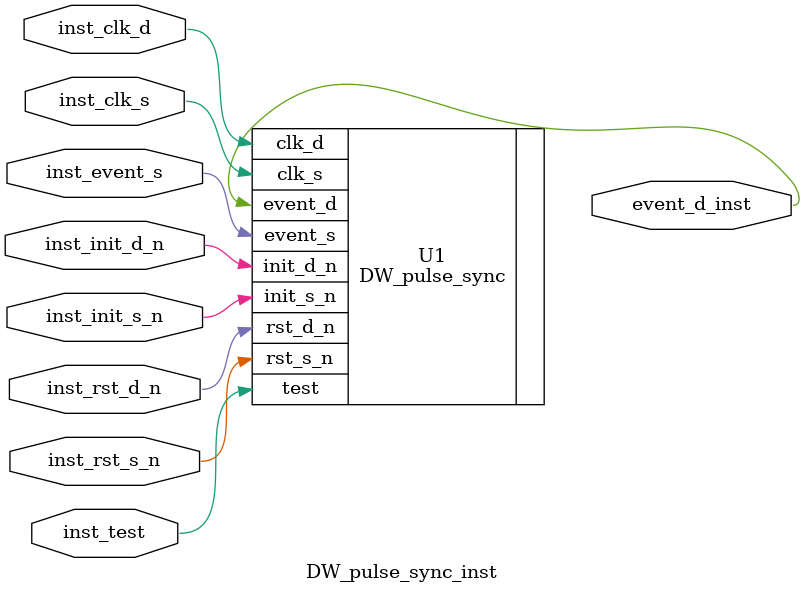
<source format=v>
module DW_pulse_sync_inst( inst_clk_s, inst_rst_s_n, inst_init_s_n, inst_event_s, inst_clk_d, 
		inst_rst_d_n, inst_init_d_n, inst_test, event_d_inst );

parameter reg_event = 1;
parameter f_sync_type = 2;
parameter tst_mode = 0;
parameter verif_en = 1;
parameter pulse_mode = 1;


input inst_clk_s;
input inst_rst_s_n;
input inst_init_s_n;
input inst_event_s;
input inst_clk_d;
input inst_rst_d_n;
input inst_init_d_n;
input inst_test;
output event_d_inst;

    // Instance of DW_pulse_sync
    DW_pulse_sync #(reg_event, f_sync_type, tst_mode, verif_en, pulse_mode)
	  U1 ( .clk_s(inst_clk_s), .rst_s_n(inst_rst_s_n), .init_s_n(inst_init_s_n), .event_s(inst_event_s), .clk_d(inst_clk_d), .rst_d_n(inst_rst_d_n), .init_d_n(inst_init_d_n), .test(inst_test), .event_d(event_d_inst) );

endmodule


</source>
